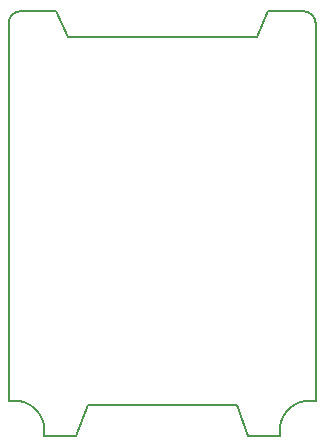
<source format=gbr>
G04 DipTrace 3.2.0.1*
G04 BoardOutline.gbr*
%MOMM*%
G04 #@! TF.FileFunction,Profile*
G04 #@! TF.Part,Single*
%ADD11C,0.14*%
%FSLAX35Y35*%
G04*
G71*
G90*
G75*
G01*
G04 BoardOutline*
%LPD*%
X-1200000Y2200000D2*
D11*
G03X-1300000Y2100000I2500J-102500D01*
G01*
Y-1100000D1*
G02X-1000000Y-1400000I49375J-250625D01*
G01*
X-730000D1*
X-630000Y-1130000D1*
X630000D1*
X730000Y-1400000D1*
X1000000D1*
G02X1300000Y-1100000I250625J49375D01*
G01*
Y1100000D1*
Y1450000D1*
Y2100000D1*
G03X1200000Y2200000I-102500J-2500D01*
G01*
X900000D1*
X800000Y1980000D1*
X-800000D1*
X-900000Y2200000D1*
X-1200000D1*
M02*

</source>
